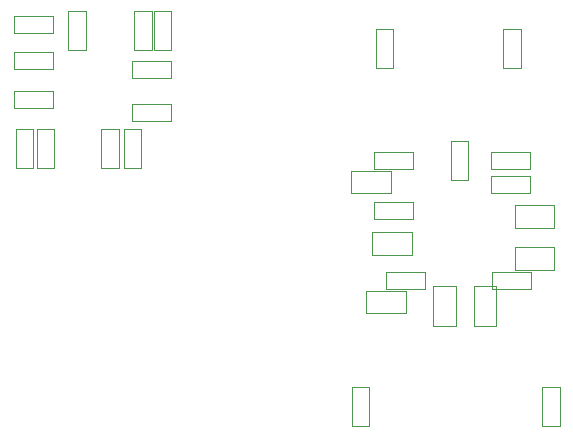
<source format=gbr>
G04 #@! TF.GenerationSoftware,KiCad,Pcbnew,(5.1.2-1)-1*
G04 #@! TF.CreationDate,2020-07-05T10:41:52+01:00*
G04 #@! TF.ProjectId,MZ80-80CLR,4d5a3830-2d38-4304-934c-522e6b696361,rev?*
G04 #@! TF.SameCoordinates,Original*
G04 #@! TF.FileFunction,Other,User*
%FSLAX46Y46*%
G04 Gerber Fmt 4.6, Leading zero omitted, Abs format (unit mm)*
G04 Created by KiCad (PCBNEW (5.1.2-1)-1) date 2020-07-05 10:41:52*
%MOMM*%
%LPD*%
G04 APERTURE LIST*
%ADD10C,0.050000*%
G04 APERTURE END LIST*
D10*
X115890000Y-77314000D02*
X115890000Y-80674000D01*
X117790000Y-77314000D02*
X115890000Y-77314000D01*
X117790000Y-80674000D02*
X117790000Y-77314000D01*
X115890000Y-80674000D02*
X117790000Y-80674000D01*
X119319000Y-77314000D02*
X119319000Y-80674000D01*
X121219000Y-77314000D02*
X119319000Y-77314000D01*
X121219000Y-80674000D02*
X121219000Y-77314000D01*
X119319000Y-80674000D02*
X121219000Y-80674000D01*
X122780000Y-72324000D02*
X126140000Y-72324000D01*
X122780000Y-70424000D02*
X122780000Y-72324000D01*
X126140000Y-70424000D02*
X122780000Y-70424000D01*
X126140000Y-72324000D02*
X126140000Y-70424000D01*
X113567000Y-77663000D02*
X110207000Y-77663000D01*
X113567000Y-79563000D02*
X113567000Y-77663000D01*
X110207000Y-79563000D02*
X113567000Y-79563000D01*
X110207000Y-77663000D02*
X110207000Y-79563000D01*
X122780000Y-75880000D02*
X126140000Y-75880000D01*
X122780000Y-73980000D02*
X122780000Y-75880000D01*
X126140000Y-73980000D02*
X122780000Y-73980000D01*
X126140000Y-75880000D02*
X126140000Y-73980000D01*
X114075000Y-72710000D02*
X110715000Y-72710000D01*
X114075000Y-74610000D02*
X114075000Y-72710000D01*
X110715000Y-74610000D02*
X114075000Y-74610000D01*
X110715000Y-72710000D02*
X110715000Y-74610000D01*
X112297000Y-67503000D02*
X108937000Y-67503000D01*
X112297000Y-69403000D02*
X112297000Y-67503000D01*
X108937000Y-69403000D02*
X112297000Y-69403000D01*
X108937000Y-67503000D02*
X108937000Y-69403000D01*
X80550000Y-64009000D02*
X80550000Y-67309000D01*
X82010000Y-64009000D02*
X80550000Y-64009000D01*
X82010000Y-67309000D02*
X82010000Y-64009000D01*
X80550000Y-67309000D02*
X82010000Y-67309000D01*
X83692000Y-60738000D02*
X80392000Y-60738000D01*
X83692000Y-62198000D02*
X83692000Y-60738000D01*
X80392000Y-62198000D02*
X83692000Y-62198000D01*
X80392000Y-60738000D02*
X80392000Y-62198000D01*
X82328000Y-64009000D02*
X82328000Y-67309000D01*
X83788000Y-64009000D02*
X82328000Y-64009000D01*
X83788000Y-67309000D02*
X83788000Y-64009000D01*
X82328000Y-67309000D02*
X83788000Y-67309000D01*
X87789000Y-64009000D02*
X87789000Y-67309000D01*
X89249000Y-64009000D02*
X87789000Y-64009000D01*
X89249000Y-67309000D02*
X89249000Y-64009000D01*
X87789000Y-67309000D02*
X89249000Y-67309000D01*
X83692000Y-57436000D02*
X80392000Y-57436000D01*
X83692000Y-58896000D02*
X83692000Y-57436000D01*
X80392000Y-58896000D02*
X83692000Y-58896000D01*
X80392000Y-57436000D02*
X80392000Y-58896000D01*
X92043000Y-57276000D02*
X92043000Y-53976000D01*
X90583000Y-57276000D02*
X92043000Y-57276000D01*
X90583000Y-53976000D02*
X90583000Y-57276000D01*
X92043000Y-53976000D02*
X90583000Y-53976000D01*
X93694000Y-57276000D02*
X93694000Y-53976000D01*
X92234000Y-57276000D02*
X93694000Y-57276000D01*
X92234000Y-53976000D02*
X92234000Y-57276000D01*
X93694000Y-53976000D02*
X92234000Y-53976000D01*
X90425000Y-59658000D02*
X93725000Y-59658000D01*
X90425000Y-58198000D02*
X90425000Y-59658000D01*
X93725000Y-58198000D02*
X90425000Y-58198000D01*
X93725000Y-59658000D02*
X93725000Y-58198000D01*
X86455000Y-57276000D02*
X86455000Y-53976000D01*
X84995000Y-57276000D02*
X86455000Y-57276000D01*
X84995000Y-53976000D02*
X84995000Y-57276000D01*
X86455000Y-53976000D02*
X84995000Y-53976000D01*
X89694000Y-64009000D02*
X89694000Y-67309000D01*
X91154000Y-64009000D02*
X89694000Y-64009000D01*
X91154000Y-67309000D02*
X91154000Y-64009000D01*
X89694000Y-67309000D02*
X91154000Y-67309000D01*
X90425000Y-63341000D02*
X93725000Y-63341000D01*
X90425000Y-61881000D02*
X90425000Y-63341000D01*
X93725000Y-61881000D02*
X90425000Y-61881000D01*
X93725000Y-63341000D02*
X93725000Y-61881000D01*
X83692000Y-54388000D02*
X80392000Y-54388000D01*
X83692000Y-55848000D02*
X83692000Y-54388000D01*
X80392000Y-55848000D02*
X83692000Y-55848000D01*
X80392000Y-54388000D02*
X80392000Y-55848000D01*
X115188000Y-76105000D02*
X111888000Y-76105000D01*
X115188000Y-77565000D02*
X115188000Y-76105000D01*
X111888000Y-77565000D02*
X115188000Y-77565000D01*
X111888000Y-76105000D02*
X111888000Y-77565000D01*
X120778000Y-67405000D02*
X124078000Y-67405000D01*
X120778000Y-65945000D02*
X120778000Y-67405000D01*
X124078000Y-65945000D02*
X120778000Y-65945000D01*
X124078000Y-67405000D02*
X124078000Y-65945000D01*
X120778000Y-69437000D02*
X124078000Y-69437000D01*
X120778000Y-67977000D02*
X120778000Y-69437000D01*
X124078000Y-67977000D02*
X120778000Y-67977000D01*
X124078000Y-69437000D02*
X124078000Y-67977000D01*
X114172000Y-70136000D02*
X110872000Y-70136000D01*
X114172000Y-71596000D02*
X114172000Y-70136000D01*
X110872000Y-71596000D02*
X114172000Y-71596000D01*
X110872000Y-70136000D02*
X110872000Y-71596000D01*
X118840000Y-65025000D02*
X117380000Y-65025000D01*
X117380000Y-65025000D02*
X117380000Y-68325000D01*
X117380000Y-68325000D02*
X118840000Y-68325000D01*
X118840000Y-68325000D02*
X118840000Y-65025000D01*
X114172000Y-65945000D02*
X110872000Y-65945000D01*
X114172000Y-67405000D02*
X114172000Y-65945000D01*
X110872000Y-67405000D02*
X114172000Y-67405000D01*
X110872000Y-65945000D02*
X110872000Y-67405000D01*
X120905000Y-77565000D02*
X124205000Y-77565000D01*
X120905000Y-76105000D02*
X120905000Y-77565000D01*
X124205000Y-76105000D02*
X120905000Y-76105000D01*
X124205000Y-77565000D02*
X124205000Y-76105000D01*
X111030000Y-55500000D02*
X111030000Y-58800000D01*
X112490000Y-55500000D02*
X111030000Y-55500000D01*
X112490000Y-58800000D02*
X112490000Y-55500000D01*
X111030000Y-58800000D02*
X112490000Y-58800000D01*
X110458000Y-89153000D02*
X110458000Y-85853000D01*
X108998000Y-89153000D02*
X110458000Y-89153000D01*
X108998000Y-85853000D02*
X108998000Y-89153000D01*
X110458000Y-85853000D02*
X108998000Y-85853000D01*
X126587000Y-89153000D02*
X126587000Y-85853000D01*
X125127000Y-89153000D02*
X126587000Y-89153000D01*
X125127000Y-85853000D02*
X125127000Y-89153000D01*
X126587000Y-85853000D02*
X125127000Y-85853000D01*
X121825000Y-55500000D02*
X121825000Y-58800000D01*
X123285000Y-55500000D02*
X121825000Y-55500000D01*
X123285000Y-58800000D02*
X123285000Y-55500000D01*
X121825000Y-58800000D02*
X123285000Y-58800000D01*
M02*

</source>
